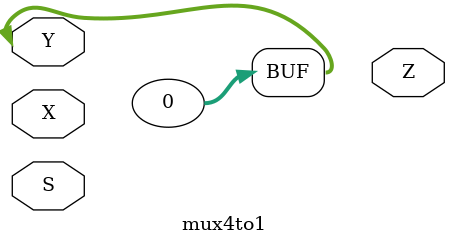
<source format=v>
`timescale 1ns / 1ps
`default_nettype none //helps catch typo-related bugs
module mux4to1(X,Y,S,Z);

	//parameter definitions
	parameter N = 32;

	//port definitions - customize for different bit widths
	input wire [(N-1):0] X, Y;
	input wire [1:0] S;
	output wire [(N-1):0] Z;
	
	//module body
	assign Y = S[1] ? (S[0] ? 0 : 0)
	                : (S[0] ? 0 : 0);
	

endmodule
`default_nettype wire //some Xilinx IP requires that the default_nettype be set to wire

</source>
